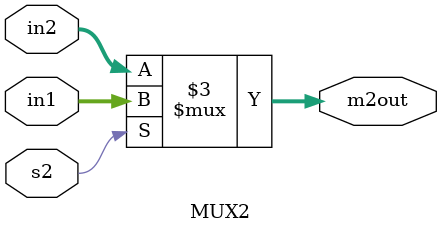
<source format=v>
`timescale 1ns / 1ps

module MUX2(
input [2:0] in1, in2,
input s2,
output reg [2:0] m2out
);

always @ (in1, in2, s2) 
begin
    if (s2)
        m2out = in1; 
     
    else 
        m2out = in2;
        
end
endmodule

</source>
